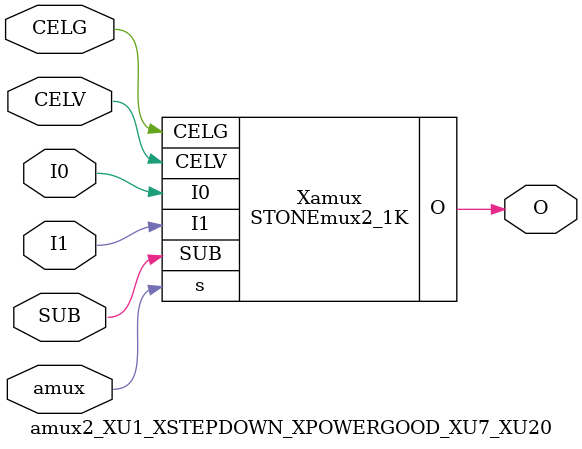
<source format=v>



module STONEmux2_1K ( O, CELG, CELV, I0, I1, SUB, s );

  input CELV;
  input s;
  input I1;
  input I0;
  input SUB;
  input CELG;
  output O;
endmodule

//Celera Confidential Do Not Copy amux2_XU1_XSTEPDOWN_XPOWERGOOD_XU7_XU20
//Celera Confidential Symbol Generator
//Inputs: 2, Switch On Resistance: 1K
//Type of Control:pin, T-Switch: no
module amux2_XU1_XSTEPDOWN_XPOWERGOOD_XU7_XU20 (CELV,SUB,O,I0,I1,
amux,
CELG);
input CELV;
input SUB;
output O;
input I0;
input I1;
input amux;
input CELG;

//Celera Confidential Do Not Copy STONEmux2_1K
STONEmux2_1K Xamux(
.CELV (CELV),
.s (amux),
.I1 (I1),
.I0 (I0),
.SUB (SUB),
.CELG (CELG),
.O (O)
);
//,diesize,STONEmux2_1K
//Celera Confidential Do Not Copy Module End
//Celera Schematic Generator
endmodule

</source>
